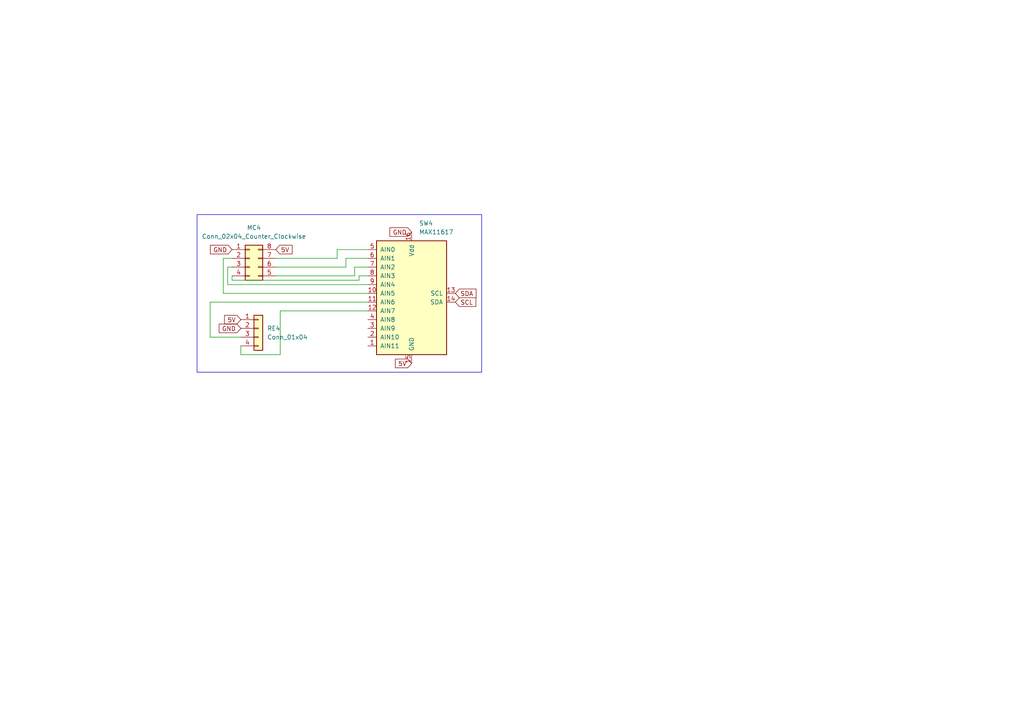
<source format=kicad_sch>
(kicad_sch (version 20250114) (generator "eeschema") (generator_version "9.0")
  (paper "A4")
  (lib_symbols
    (symbol "Analog_ADC:MAX11617" (pin_names (offset 1.016))
      (property "Reference" "U" (at 11.43 -11.43 0))
      (property "Value" "MAX11617" (at 11.43 -13.97 0))
      (symbol "MAX11617_0_1"
        (rectangle (start -10.16 15.24) (end 10.16 -17.78) (stroke (width 0.254)) (fill (type background)))
      )
      (symbol "MAX11617_1_1"
        (pin input line (at -12.7 12.7 0) (length 2.54) (name "AIN0") (number "5"))
        (pin input line (at -12.7 10.16 0) (length 2.54) (name "AIN1") (number "6"))
        (pin input line (at -12.7 7.62 0) (length 2.54) (name "AIN2") (number "7"))
        (pin input line (at -12.7 5.08 0) (length 2.54) (name "AIN3") (number "8"))
        (pin input line (at -12.7 2.54 0) (length 2.54) (name "AIN4") (number "9"))
        (pin input line (at -12.7 0 0) (length 2.54) (name "AIN5") (number "10"))
        (pin input line (at -12.7 -2.54 0) (length 2.54) (name "AIN6") (number "11"))
        (pin input line (at -12.7 -5.08 0) (length 2.54) (name "AIN7") (number "12"))
        (pin input line (at -12.7 -7.62 0) (length 2.54) (name "AIN8") (number "4"))
        (pin input line (at -12.7 -10.16 0) (length 2.54) (name "AIN9") (number "3"))
        (pin input line (at -12.7 -12.7 0) (length 2.54) (name "AIN10") (number "2"))
        (pin input line (at -12.7 -15.24 0) (length 2.54) (name "AIN11") (number "1"))
        (pin power_in line (at 0 17.78 270) (length 2.54) (name "Vdd") (number "16"))
        (pin power_in line (at 0 -20.32 90) (length 2.54) (name "GND") (number "15"))
        (pin input line (at 12.7 0 180) (length 2.54) (name "SCL") (number "13"))
        (pin bidirectional line (at 12.7 -2.54 180) (length 2.54) (name "SDA") (number "14"))
      )
    )
    (symbol "Connector_Generic:Conn_01x04" (pin_names (offset 1.016) (hide yes))
      (property "Reference" "J" (at 0 5.08 0))
      (property "Value" "Conn_01x04" (at 0 -7.62 0))
      (symbol "Conn_01x04_1_1"
        (rectangle (start -1.27 3.81) (end 1.27 -6.35) (stroke (width 0.254)) (fill (type background)))
        (rectangle (start -1.27 2.667) (end 0 2.413) (stroke (width 0.1524)))
        (rectangle (start -1.27 0.127) (end 0 -0.127) (stroke (width 0.1524)))
        (rectangle (start -1.27 -2.413) (end 0 -2.667) (stroke (width 0.1524)))
        (rectangle (start -1.27 -4.953) (end 0 -5.207) (stroke (width 0.1524)))
        (pin passive line (at -5.08 2.54 0) (length 3.81) (name "Pin_1") (number "1"))
        (pin passive line (at -5.08 0 0) (length 3.81) (name "Pin_2") (number "2"))
        (pin passive line (at -5.08 -2.54 0) (length 3.81) (name "Pin_3") (number "3"))
        (pin passive line (at -5.08 -5.08 0) (length 3.81) (name "Pin_4") (number "4"))
      )
    )
    (symbol "Connector_Generic:Conn_02x04_Counter_Clockwise" (pin_names (offset 1.016) (hide yes))
      (property "Reference" "J" (at 1.27 5.08 0))
      (property "Value" "Conn_02x04_Counter_Clockwise" (at 1.27 -7.62 0))
      (symbol "Conn_02x04_Counter_Clockwise_1_1"
        (rectangle (start -1.27 3.81) (end 3.81 -6.35) (stroke (width 0.254)) (fill (type background)))
        (rectangle (start -1.27 2.667) (end 0 2.413) (stroke (width 0.1524)))
        (rectangle (start -1.27 0.127) (end 0 -0.127) (stroke (width 0.1524)))
        (rectangle (start -1.27 -2.413) (end 0 -2.667) (stroke (width 0.1524)))
        (rectangle (start -1.27 -4.953) (end 0 -5.207) (stroke (width 0.1524)))
        (rectangle (start 3.81 2.667) (end 2.54 2.413) (stroke (width 0.1524)))
        (rectangle (start 3.81 0.127) (end 2.54 -0.127) (stroke (width 0.1524)))
        (rectangle (start 3.81 -2.413) (end 2.54 -2.667) (stroke (width 0.1524)))
        (rectangle (start 3.81 -4.953) (end 2.54 -5.207) (stroke (width 0.1524)))
        (pin passive line (at -5.08 2.54 0) (length 3.81) (name "Pin_1") (number "1"))
        (pin passive line (at -5.08 0 0) (length 3.81) (name "Pin_2") (number "2"))
        (pin passive line (at -5.08 -2.54 0) (length 3.81) (name "Pin_3") (number "3"))
        (pin passive line (at -5.08 -5.08 0) (length 3.81) (name "Pin_4") (number "4"))
        (pin passive line (at 7.62 2.54 180) (length 3.81) (name "Pin_8") (number "8"))
        (pin passive line (at 7.62 0 180) (length 3.81) (name "Pin_7") (number "7"))
        (pin passive line (at 7.62 -2.54 180) (length 3.81) (name "Pin_6") (number "6"))
        (pin passive line (at 7.62 -5.08 180) (length 3.81) (name "Pin_5") (number "5"))
      )
    )
  )
  (rectangle (start 57.15 62.23) (end 139.7 107.95))
  (wire (pts (xy 102.87 80.01) (xy 102.87 77.47)))
  (wire (pts (xy 60.96 87.63) (xy 60.96 97.79)))
  (wire (pts (xy 102.87 77.47) (xy 106.68 77.47)))
  (wire (pts (xy 81.28 90.17) (xy 81.28 102.87)))
  (wire (pts (xy 67.31 81.28) (xy 104.14 81.28)))
  (wire (pts (xy 64.77 85.09) (xy 106.68 85.09)))
  (wire (pts (xy 64.77 74.93) (xy 64.77 85.09)))
  (wire (pts (xy 100.33 74.93) (xy 106.68 74.93)))
  (wire (pts (xy 104.14 80.01) (xy 106.68 80.01)))
  (wire (pts (xy 104.14 81.28) (xy 104.14 80.01)))
  (wire (pts (xy 67.31 80.01) (xy 67.31 81.28)))
  (wire (pts (xy 80.01 77.47) (xy 100.33 77.47)))
  (wire (pts (xy 97.79 74.93) (xy 97.79 72.39)))
  (wire (pts (xy 69.85 102.87) (xy 69.85 100.33)))
  (wire (pts (xy 80.01 74.93) (xy 97.79 74.93)))
  (wire (pts (xy 106.68 90.17) (xy 81.28 90.17)))
  (wire (pts (xy 67.31 77.47) (xy 66.04 77.47)))
  (wire (pts (xy 66.04 82.55) (xy 106.68 82.55)))
  (wire (pts (xy 80.01 80.01) (xy 102.87 80.01)))
  (wire (pts (xy 100.33 77.47) (xy 100.33 74.93)))
  (wire (pts (xy 81.28 102.87) (xy 69.85 102.87)))
  (wire (pts (xy 67.31 74.93) (xy 64.77 74.93)))
  (wire (pts (xy 60.96 97.79) (xy 69.85 97.79)))
  (wire (pts (xy 106.68 87.63) (xy 60.96 87.63)))
  (wire (pts (xy 66.04 77.47) (xy 66.04 82.55)))
  (wire (pts (xy 97.79 72.39) (xy 106.68 72.39)))
  (global_label "5V" (shape input) (at 80.01 72.39 0) (property "Intersheetrefs" "${INTERSHEET_REFS}" (effects (hide yes))))
  (global_label "GND" (shape input) (at 119.38 67.31 180) (property "Intersheetrefs" "${INTERSHEET_REFS}" (effects (hide yes))))
  (global_label "SCL" (shape input) (at 132.08 87.63 0) (property "Intersheetrefs" "${INTERSHEET_REFS}" (effects (hide yes))))
  (global_label "5V" (shape input) (at 69.85 92.71 180) (property "Intersheetrefs" "${INTERSHEET_REFS}" (effects (hide yes))))
  (global_label "GND" (shape input) (at 67.31 72.39 180) (property "Intersheetrefs" "${INTERSHEET_REFS}" (effects (hide yes))))
  (global_label "GND" (shape input) (at 69.85 95.25 180) (property "Intersheetrefs" "${INTERSHEET_REFS}" (effects (hide yes))))
  (global_label "5V" (shape input) (at 119.38 105.41 180) (property "Intersheetrefs" "${INTERSHEET_REFS}" (effects (hide yes))))
  (global_label "SDA" (shape input) (at 132.08 85.09 0) (property "Intersheetrefs" "${INTERSHEET_REFS}" (effects (hide yes))))
  (symbol (lib_id "Connector_Generic:Conn_02x04_Counter_Clockwise") (at 72.39 74.93 0) (unit 1)
    (property "Reference" "MC1" (at 73.66 66.04 0))
    (property "Value" "Conn_02x04_Counter_Clockwise" (at 73.66 68.58 0))
    (property "Footprint" "ModifiedFootprints:16_pin_custom_wraparound_connector" (effects (hide yes)))
    (property "Description" "Generic connector, double row, 02x04, counter clockwise pin numbering scheme (similar to DIP package numbering), script generated (kicad-library-utils/schlib/autogen/connector/)" (effects (hide yes)))
    (instances (project "DrivetrainDrillMotorControllerPCB" (path "" (reference "MC4") (unit 1)) (path "" (reference "MC5") (unit 1)) (path "" (reference "MC3") (unit 1)) (path "" (reference "MC1") (unit 1)) (path "" (reference "MC2") (unit 1))))
  )
  (symbol (lib_id "Connector_Generic:Conn_01x04") (at 74.93 95.25 0) (unit 1)
    (property "Reference" "RE1" (at 77.47 95.2499 0) (effects (justify left)))
    (property "Value" "Conn_01x04" (at 77.47 97.7899 0) (effects (justify left)))
    (property "Footprint" "Connector_PinHeader_2.54mm:PinHeader_1x04_P2.54mm_Vertical" (effects (hide yes)))
    (property "Description" "Generic connector, single row, 01x04, script generated (kicad-library-utils/schlib/autogen/connector/)" (effects (hide yes)))
    (instances (project "DrivetrainDrillMotorControllerPCB" (path "" (reference "RE4") (unit 1)) (path "" (reference "RE5") (unit 1)) (path "" (reference "RE3") (unit 1)) (path "" (reference "RE1") (unit 1)) (path "" (reference "RE2") (unit 1))))
  )
  (symbol (lib_id "Analog_ADC:MAX11617") (at 119.38 85.09 0) (unit 1)
    (property "Reference" "SW1" (at 121.5233 64.77 0) (effects (justify left)))
    (property "Value" "MAX11617" (at 121.5233 67.31 0) (effects (justify left)))
    (property "Footprint" "SerialWombat:sw_pcb0029" (effects (hide yes)))
    (property "Datasheet" "https://datasheets.maximintegrated.com/en/ds/MAX11612-MAX11617.pdf" (effects (hide yes)))
    (property "Description" "12-channel single-ended or 6-channel, differential, 12-bit ADC, I2C, 2.048V internal reference, 16-QSOP package" (effects (hide yes)))
    (instances (project "DrivetrainDrillMotorControllerPCB" (path "" (reference "SW4") (unit 1)) (path "" (reference "SW5") (unit 1)) (path "" (reference "SW3") (unit 1)) (path "" (reference "SW1") (unit 1)) (path "" (reference "SW2") (unit 1))))
  )
)
</source>
